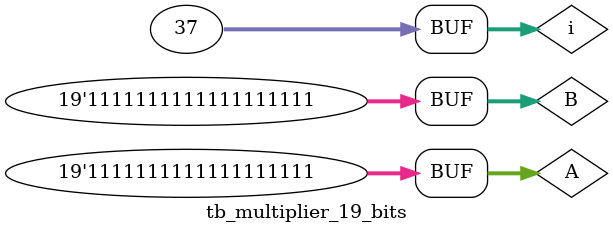
<source format=v>
module tb_multiplier_19_bits(
	);
	
	reg [18:0] A ;
	reg [18:0] B ;
	wire [37:0] mul ;
	
	integer i;
	
	initial
	begin
		for(i=1;i<37 ;i=i+1)
		begin
			#10 A=2**i-1;
			B=2**(i-1)-1 ;
		end
 	end
	
	multiplier_19_bits dut_dadda (A,B,mul);
	
endmodule
</source>
